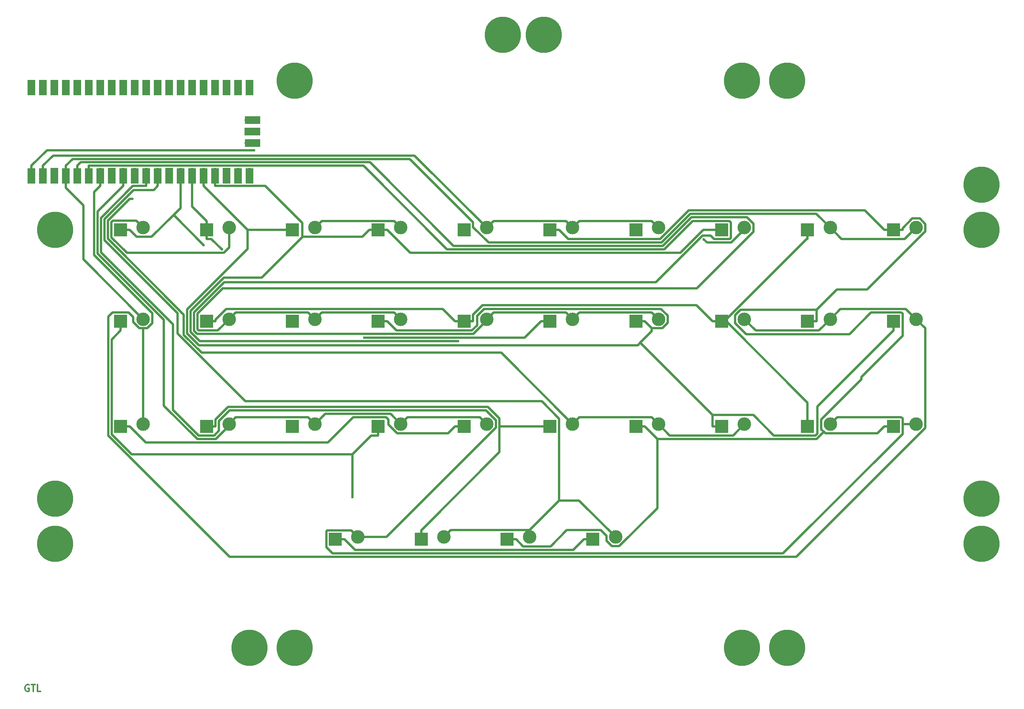
<source format=gbr>
%TF.GenerationSoftware,KiCad,Pcbnew,5.1.10-88a1d61d58~88~ubuntu20.04.1*%
%TF.CreationDate,2021-05-31T17:58:19-07:00*%
%TF.ProjectId,Stenokey,5374656e-6f6b-4657-992e-6b696361645f,1.0*%
%TF.SameCoordinates,Original*%
%TF.FileFunction,Copper,L1,Top*%
%TF.FilePolarity,Positive*%
%FSLAX46Y46*%
G04 Gerber Fmt 4.6, Leading zero omitted, Abs format (unit mm)*
G04 Created by KiCad (PCBNEW 5.1.10-88a1d61d58~88~ubuntu20.04.1) date 2021-05-31 17:58:19*
%MOMM*%
%LPD*%
G01*
G04 APERTURE LIST*
%TA.AperFunction,NonConductor*%
%ADD10C,0.300000*%
%TD*%
%TA.AperFunction,ComponentPad*%
%ADD11O,1.700000X1.700000*%
%TD*%
%TA.AperFunction,ComponentPad*%
%ADD12R,1.700000X1.700000*%
%TD*%
%TA.AperFunction,SMDPad,CuDef*%
%ADD13R,1.700000X3.500000*%
%TD*%
%TA.AperFunction,SMDPad,CuDef*%
%ADD14R,3.500000X1.700000*%
%TD*%
%TA.AperFunction,ComponentPad*%
%ADD15C,8.000000*%
%TD*%
%TA.AperFunction,ComponentPad*%
%ADD16R,3.000000X3.000000*%
%TD*%
%TA.AperFunction,ComponentPad*%
%ADD17C,3.000000*%
%TD*%
%TA.AperFunction,ViaPad*%
%ADD18C,0.600000*%
%TD*%
%TA.AperFunction,Conductor*%
%ADD19C,0.500000*%
%TD*%
G04 APERTURE END LIST*
D10*
X111214285Y-201250000D02*
X111071428Y-201178571D01*
X110857142Y-201178571D01*
X110642857Y-201250000D01*
X110500000Y-201392857D01*
X110428571Y-201535714D01*
X110357142Y-201821428D01*
X110357142Y-202035714D01*
X110428571Y-202321428D01*
X110500000Y-202464285D01*
X110642857Y-202607142D01*
X110857142Y-202678571D01*
X111000000Y-202678571D01*
X111214285Y-202607142D01*
X111285714Y-202535714D01*
X111285714Y-202035714D01*
X111000000Y-202035714D01*
X111714285Y-201178571D02*
X112571428Y-201178571D01*
X112142857Y-202678571D02*
X112142857Y-201178571D01*
X113785714Y-202678571D02*
X113071428Y-202678571D01*
X113071428Y-201178571D01*
D11*
%TO.P,U1,1*%
%TO.N,/COL0*%
X111760000Y-87630000D03*
%TO.P,U1,2*%
%TO.N,/COL1*%
X114300000Y-87630000D03*
D12*
%TO.P,U1,3*%
%TO.N,Net-(U1-Pad3)*%
X116840000Y-87630000D03*
D11*
%TO.P,U1,4*%
%TO.N,/COL2*%
X119380000Y-87630000D03*
%TO.P,U1,5*%
%TO.N,/COL3*%
X121920000Y-87630000D03*
%TO.P,U1,6*%
%TO.N,/COL4*%
X124460000Y-87630000D03*
%TO.P,U1,7*%
%TO.N,/COL5*%
X127000000Y-87630000D03*
D12*
%TO.P,U1,8*%
%TO.N,Net-(U1-Pad8)*%
X129540000Y-87630000D03*
D11*
%TO.P,U1,9*%
%TO.N,/COL6*%
X132080000Y-87630000D03*
%TO.P,U1,10*%
%TO.N,/COL7*%
X134620000Y-87630000D03*
%TO.P,U1,11*%
%TO.N,/COL8*%
X137160000Y-87630000D03*
%TO.P,U1,12*%
%TO.N,/COL9*%
X139700000Y-87630000D03*
D12*
%TO.P,U1,13*%
%TO.N,Net-(U1-Pad13)*%
X142240000Y-87630000D03*
D11*
%TO.P,U1,14*%
%TO.N,/ROW0*%
X144780000Y-87630000D03*
%TO.P,U1,15*%
%TO.N,/ROW1*%
X147320000Y-87630000D03*
%TO.P,U1,16*%
%TO.N,/ROW2*%
X149860000Y-87630000D03*
%TO.P,U1,17*%
%TO.N,/ROW3*%
X152400000Y-87630000D03*
D12*
%TO.P,U1,18*%
%TO.N,Net-(U1-Pad18)*%
X154940000Y-87630000D03*
D11*
%TO.P,U1,19*%
%TO.N,Net-(U1-Pad19)*%
X157480000Y-87630000D03*
%TO.P,U1,20*%
%TO.N,Net-(U1-Pad20)*%
X160020000Y-87630000D03*
%TO.P,U1,21*%
%TO.N,Net-(U1-Pad21)*%
X160020000Y-69850000D03*
%TO.P,U1,22*%
%TO.N,Net-(U1-Pad22)*%
X157480000Y-69850000D03*
D12*
%TO.P,U1,23*%
%TO.N,Net-(U1-Pad23)*%
X154940000Y-69850000D03*
D11*
%TO.P,U1,24*%
%TO.N,Net-(U1-Pad24)*%
X152400000Y-69850000D03*
%TO.P,U1,25*%
%TO.N,Net-(U1-Pad25)*%
X149860000Y-69850000D03*
%TO.P,U1,26*%
%TO.N,Net-(U1-Pad26)*%
X147320000Y-69850000D03*
%TO.P,U1,27*%
%TO.N,Net-(U1-Pad27)*%
X144780000Y-69850000D03*
D12*
%TO.P,U1,28*%
%TO.N,Net-(U1-Pad28)*%
X142240000Y-69850000D03*
D11*
%TO.P,U1,29*%
%TO.N,Net-(U1-Pad29)*%
X139700000Y-69850000D03*
%TO.P,U1,30*%
%TO.N,Net-(U1-Pad30)*%
X137160000Y-69850000D03*
%TO.P,U1,31*%
%TO.N,Net-(U1-Pad31)*%
X134620000Y-69850000D03*
%TO.P,U1,32*%
%TO.N,Net-(U1-Pad32)*%
X132080000Y-69850000D03*
D12*
%TO.P,U1,33*%
%TO.N,Net-(U1-Pad33)*%
X129540000Y-69850000D03*
D11*
%TO.P,U1,34*%
%TO.N,Net-(U1-Pad34)*%
X127000000Y-69850000D03*
%TO.P,U1,35*%
%TO.N,Net-(U1-Pad35)*%
X124460000Y-69850000D03*
%TO.P,U1,36*%
%TO.N,Net-(U1-Pad36)*%
X121920000Y-69850000D03*
%TO.P,U1,37*%
%TO.N,Net-(U1-Pad37)*%
X119380000Y-69850000D03*
D12*
%TO.P,U1,38*%
%TO.N,Net-(U1-Pad38)*%
X116840000Y-69850000D03*
D11*
%TO.P,U1,39*%
%TO.N,Net-(U1-Pad39)*%
X114300000Y-69850000D03*
%TO.P,U1,40*%
%TO.N,Net-(U1-Pad40)*%
X111760000Y-69850000D03*
D13*
%TO.P,U1,1*%
%TO.N,/COL0*%
X111760000Y-88530000D03*
%TO.P,U1,2*%
%TO.N,/COL1*%
X114300000Y-88530000D03*
%TO.P,U1,3*%
%TO.N,Net-(U1-Pad3)*%
X116840000Y-88530000D03*
%TO.P,U1,4*%
%TO.N,/COL2*%
X119380000Y-88530000D03*
%TO.P,U1,5*%
%TO.N,/COL3*%
X121920000Y-88530000D03*
%TO.P,U1,6*%
%TO.N,/COL4*%
X124460000Y-88530000D03*
%TO.P,U1,7*%
%TO.N,/COL5*%
X127000000Y-88530000D03*
%TO.P,U1,8*%
%TO.N,Net-(U1-Pad8)*%
X129540000Y-88530000D03*
%TO.P,U1,9*%
%TO.N,/COL6*%
X132080000Y-88530000D03*
%TO.P,U1,10*%
%TO.N,/COL7*%
X134620000Y-88530000D03*
%TO.P,U1,11*%
%TO.N,/COL8*%
X137160000Y-88530000D03*
%TO.P,U1,12*%
%TO.N,/COL9*%
X139700000Y-88530000D03*
%TO.P,U1,13*%
%TO.N,Net-(U1-Pad13)*%
X142240000Y-88530000D03*
%TO.P,U1,14*%
%TO.N,/ROW0*%
X144780000Y-88530000D03*
%TO.P,U1,15*%
%TO.N,/ROW1*%
X147320000Y-88530000D03*
%TO.P,U1,16*%
%TO.N,/ROW2*%
X149860000Y-88530000D03*
%TO.P,U1,17*%
%TO.N,/ROW3*%
X152400000Y-88530000D03*
%TO.P,U1,18*%
%TO.N,Net-(U1-Pad18)*%
X154940000Y-88530000D03*
%TO.P,U1,19*%
%TO.N,Net-(U1-Pad19)*%
X157480000Y-88530000D03*
%TO.P,U1,20*%
%TO.N,Net-(U1-Pad20)*%
X160020000Y-88530000D03*
%TO.P,U1,40*%
%TO.N,Net-(U1-Pad40)*%
X111760000Y-68950000D03*
%TO.P,U1,39*%
%TO.N,Net-(U1-Pad39)*%
X114300000Y-68950000D03*
%TO.P,U1,38*%
%TO.N,Net-(U1-Pad38)*%
X116840000Y-68950000D03*
%TO.P,U1,37*%
%TO.N,Net-(U1-Pad37)*%
X119380000Y-68950000D03*
%TO.P,U1,36*%
%TO.N,Net-(U1-Pad36)*%
X121920000Y-68950000D03*
%TO.P,U1,35*%
%TO.N,Net-(U1-Pad35)*%
X124460000Y-68950000D03*
%TO.P,U1,34*%
%TO.N,Net-(U1-Pad34)*%
X127000000Y-68950000D03*
%TO.P,U1,33*%
%TO.N,Net-(U1-Pad33)*%
X129540000Y-68950000D03*
%TO.P,U1,32*%
%TO.N,Net-(U1-Pad32)*%
X132080000Y-68950000D03*
%TO.P,U1,31*%
%TO.N,Net-(U1-Pad31)*%
X134620000Y-68950000D03*
%TO.P,U1,30*%
%TO.N,Net-(U1-Pad30)*%
X137160000Y-68950000D03*
%TO.P,U1,29*%
%TO.N,Net-(U1-Pad29)*%
X139700000Y-68950000D03*
%TO.P,U1,28*%
%TO.N,Net-(U1-Pad28)*%
X142240000Y-68950000D03*
%TO.P,U1,27*%
%TO.N,Net-(U1-Pad27)*%
X144780000Y-68950000D03*
%TO.P,U1,26*%
%TO.N,Net-(U1-Pad26)*%
X147320000Y-68950000D03*
%TO.P,U1,25*%
%TO.N,Net-(U1-Pad25)*%
X149860000Y-68950000D03*
%TO.P,U1,24*%
%TO.N,Net-(U1-Pad24)*%
X152400000Y-68950000D03*
%TO.P,U1,23*%
%TO.N,Net-(U1-Pad23)*%
X154940000Y-68950000D03*
%TO.P,U1,22*%
%TO.N,Net-(U1-Pad22)*%
X157480000Y-68950000D03*
%TO.P,U1,21*%
%TO.N,Net-(U1-Pad21)*%
X160020000Y-68950000D03*
D14*
%TO.P,U1,41*%
%TO.N,Net-(U1-Pad41)*%
X160690000Y-81280000D03*
D11*
X159790000Y-81280000D03*
D14*
%TO.P,U1,42*%
%TO.N,Net-(U1-Pad42)*%
X160690000Y-78740000D03*
D12*
X159790000Y-78740000D03*
D14*
%TO.P,U1,43*%
%TO.N,Net-(U1-Pad43)*%
X160690000Y-76200000D03*
D11*
X159790000Y-76200000D03*
%TD*%
D15*
%TO.P,Z4,1*%
%TO.N,Net-(Z4-Pad1)*%
X279000000Y-67500000D03*
%TD*%
%TO.P,Z5,1*%
%TO.N,Net-(Z5-Pad1)*%
X322000000Y-90500000D03*
%TD*%
D16*
%TO.P,SW1,1*%
%TO.N,/ROW0*%
X131500000Y-100500000D03*
D17*
%TO.P,SW1,2*%
%TO.N,/COL0*%
X136500000Y-100000000D03*
%TD*%
D16*
%TO.P,SW2,1*%
%TO.N,/ROW1*%
X150500000Y-100500000D03*
D17*
%TO.P,SW2,2*%
%TO.N,/COL0*%
X155500000Y-100000000D03*
%TD*%
D16*
%TO.P,SW3,1*%
%TO.N,/ROW2*%
X169500000Y-100500000D03*
D17*
%TO.P,SW3,2*%
%TO.N,/COL0*%
X174500000Y-100000000D03*
%TD*%
D16*
%TO.P,SW4,1*%
%TO.N,/ROW3*%
X188500000Y-100500000D03*
D17*
%TO.P,SW4,2*%
%TO.N,/COL0*%
X193500000Y-100000000D03*
%TD*%
D16*
%TO.P,SW5,1*%
%TO.N,/ROW0*%
X207500000Y-100500000D03*
D17*
%TO.P,SW5,2*%
%TO.N,/COL1*%
X212500000Y-100000000D03*
%TD*%
D16*
%TO.P,SW6,1*%
%TO.N,/ROW1*%
X226500000Y-100500000D03*
D17*
%TO.P,SW6,2*%
%TO.N,/COL1*%
X231500000Y-100000000D03*
%TD*%
D16*
%TO.P,SW7,1*%
%TO.N,/ROW2*%
X245500000Y-100500000D03*
D17*
%TO.P,SW7,2*%
%TO.N,/COL1*%
X250500000Y-100000000D03*
%TD*%
D16*
%TO.P,SW8,1*%
%TO.N,/ROW3*%
X264500000Y-100500000D03*
D17*
%TO.P,SW8,2*%
%TO.N,/COL1*%
X269500000Y-100000000D03*
%TD*%
D16*
%TO.P,SW9,1*%
%TO.N,/ROW0*%
X283500000Y-100500000D03*
D17*
%TO.P,SW9,2*%
%TO.N,/COL2*%
X288500000Y-100000000D03*
%TD*%
D16*
%TO.P,SW10,1*%
%TO.N,/ROW1*%
X302500000Y-100500000D03*
D17*
%TO.P,SW10,2*%
%TO.N,/COL2*%
X307500000Y-100000000D03*
%TD*%
D16*
%TO.P,SW11,1*%
%TO.N,/ROW2*%
X131500000Y-120750000D03*
D17*
%TO.P,SW11,2*%
%TO.N,/COL2*%
X136500000Y-120250000D03*
%TD*%
D16*
%TO.P,SW12,1*%
%TO.N,/ROW0*%
X150500000Y-120750000D03*
D17*
%TO.P,SW12,2*%
%TO.N,/COL3*%
X155500000Y-120250000D03*
%TD*%
D16*
%TO.P,SW13,1*%
%TO.N,/ROW1*%
X169500000Y-120750000D03*
D17*
%TO.P,SW13,2*%
%TO.N,/COL3*%
X174500000Y-120250000D03*
%TD*%
D16*
%TO.P,SW14,1*%
%TO.N,/ROW2*%
X188500000Y-120750000D03*
D17*
%TO.P,SW14,2*%
%TO.N,/COL3*%
X193500000Y-120250000D03*
%TD*%
D16*
%TO.P,SW15,1*%
%TO.N,/ROW0*%
X207500000Y-120750000D03*
D17*
%TO.P,SW15,2*%
%TO.N,/COL4*%
X212500000Y-120250000D03*
%TD*%
D16*
%TO.P,SW16,1*%
%TO.N,/ROW1*%
X226500000Y-120750000D03*
D17*
%TO.P,SW16,2*%
%TO.N,/COL4*%
X231500000Y-120250000D03*
%TD*%
D16*
%TO.P,SW17,1*%
%TO.N,/ROW2*%
X245500000Y-120750000D03*
D17*
%TO.P,SW17,2*%
%TO.N,/COL4*%
X250500000Y-120250000D03*
%TD*%
D16*
%TO.P,SW18,1*%
%TO.N,/ROW0*%
X264500000Y-120750000D03*
D17*
%TO.P,SW18,2*%
%TO.N,/COL5*%
X269500000Y-120250000D03*
%TD*%
D16*
%TO.P,SW19,1*%
%TO.N,/ROW1*%
X283500000Y-120750000D03*
D17*
%TO.P,SW19,2*%
%TO.N,/COL5*%
X288500000Y-120250000D03*
%TD*%
D16*
%TO.P,SW20,1*%
%TO.N,/ROW2*%
X302500000Y-120750000D03*
D17*
%TO.P,SW20,2*%
%TO.N,/COL5*%
X307500000Y-120250000D03*
%TD*%
D16*
%TO.P,SW21,1*%
%TO.N,/ROW3*%
X131500000Y-144000000D03*
D17*
%TO.P,SW21,2*%
%TO.N,/COL5*%
X136500000Y-143500000D03*
%TD*%
D16*
%TO.P,SW22,1*%
%TO.N,/ROW0*%
X150500000Y-144000000D03*
D17*
%TO.P,SW22,2*%
%TO.N,/COL6*%
X155500000Y-143500000D03*
%TD*%
D16*
%TO.P,SW23,1*%
%TO.N,/ROW1*%
X169500000Y-144000000D03*
D17*
%TO.P,SW23,2*%
%TO.N,/COL6*%
X174500000Y-143500000D03*
%TD*%
D16*
%TO.P,SW24,1*%
%TO.N,/ROW2*%
X188500000Y-144000000D03*
D17*
%TO.P,SW24,2*%
%TO.N,/COL6*%
X193500000Y-143500000D03*
%TD*%
D16*
%TO.P,SW25,1*%
%TO.N,/ROW3*%
X207500000Y-144000000D03*
D17*
%TO.P,SW25,2*%
%TO.N,/COL6*%
X212500000Y-143500000D03*
%TD*%
D16*
%TO.P,SW26,1*%
%TO.N,/ROW0*%
X226500000Y-144000000D03*
D17*
%TO.P,SW26,2*%
%TO.N,/COL7*%
X231500000Y-143500000D03*
%TD*%
D16*
%TO.P,SW27,1*%
%TO.N,/ROW1*%
X245500000Y-144000000D03*
D17*
%TO.P,SW27,2*%
%TO.N,/COL7*%
X250500000Y-143500000D03*
%TD*%
D16*
%TO.P,SW28,1*%
%TO.N,/ROW2*%
X264500000Y-144000000D03*
D17*
%TO.P,SW28,2*%
%TO.N,/COL7*%
X269500000Y-143500000D03*
%TD*%
D16*
%TO.P,SW29,1*%
%TO.N,/ROW0*%
X283500000Y-144000000D03*
D17*
%TO.P,SW29,2*%
%TO.N,/COL8*%
X288500000Y-143500000D03*
%TD*%
D16*
%TO.P,SW30,1*%
%TO.N,/ROW1*%
X302500000Y-144000000D03*
D17*
%TO.P,SW30,2*%
%TO.N,/COL8*%
X307500000Y-143500000D03*
%TD*%
D16*
%TO.P,SW31,1*%
%TO.N,/ROW2*%
X179000000Y-169000000D03*
D17*
%TO.P,SW31,2*%
%TO.N,/COL8*%
X184000000Y-168500000D03*
%TD*%
D16*
%TO.P,SW32,1*%
%TO.N,/ROW0*%
X198000000Y-169000000D03*
D17*
%TO.P,SW32,2*%
%TO.N,/COL9*%
X203000000Y-168500000D03*
%TD*%
D16*
%TO.P,SW33,1*%
%TO.N,/ROW1*%
X217000000Y-169000000D03*
D17*
%TO.P,SW33,2*%
%TO.N,/COL9*%
X222000000Y-168500000D03*
%TD*%
D16*
%TO.P,SW34,1*%
%TO.N,/ROW2*%
X236000000Y-169000000D03*
D17*
%TO.P,SW34,2*%
%TO.N,/COL9*%
X241000000Y-168500000D03*
%TD*%
D15*
%TO.P,Z2,1*%
%TO.N,Net-(Z2-Pad1)*%
X170000000Y-67500000D03*
%TD*%
%TO.P,Z3,1*%
%TO.N,Net-(Z3-Pad1)*%
X269000000Y-67500000D03*
%TD*%
%TO.P,Z6,1*%
%TO.N,Net-(Z6-Pad1)*%
X322000000Y-100500000D03*
%TD*%
%TO.P,Z7,1*%
%TO.N,Net-(Z7-Pad1)*%
X322000000Y-160000000D03*
%TD*%
%TO.P,Z8,1*%
%TO.N,Net-(Z8-Pad1)*%
X322000000Y-170000000D03*
%TD*%
%TO.P,Z9,1*%
%TO.N,Net-(Z9-Pad1)*%
X279000000Y-193000000D03*
%TD*%
%TO.P,Z10,1*%
%TO.N,Net-(Z10-Pad1)*%
X269000000Y-193000000D03*
%TD*%
%TO.P,Z11,1*%
%TO.N,Net-(Z11-Pad1)*%
X170000000Y-193000000D03*
%TD*%
%TO.P,Z12,1*%
%TO.N,Net-(Z12-Pad1)*%
X160000000Y-193000000D03*
%TD*%
%TO.P,Z13,1*%
%TO.N,Net-(Z13-Pad1)*%
X117000000Y-170000000D03*
%TD*%
%TO.P,Z14,1*%
%TO.N,Net-(Z14-Pad1)*%
X117000000Y-160000000D03*
%TD*%
%TO.P,Z15,1*%
%TO.N,Net-(Z15-Pad1)*%
X117000000Y-100500000D03*
%TD*%
%TO.P,Z1,1*%
%TO.N,Net-(Z1-Pad1)*%
X216090000Y-57340000D03*
%TD*%
%TO.P,Z16,1*%
%TO.N,Net-(Z16-Pad1)*%
X225090000Y-57340000D03*
%TD*%
D18*
%TO.N,/COL0*%
X161053000Y-82853200D03*
%TO.N,/COL1*%
X260551500Y-102558200D03*
%TO.N,/COL7*%
X134092700Y-93588700D03*
%TO.N,/ROW0*%
X149889700Y-103866700D03*
%TO.N,/ROW1*%
X185436100Y-124329900D03*
X153885700Y-104796200D03*
%TO.N,/ROW2*%
X182792400Y-159654100D03*
%TO.N,/ROW3*%
X206171500Y-125145500D03*
%TD*%
D19*
%TO.N,/COL0*%
X174500000Y-100000000D02*
X176000400Y-98499600D01*
X176000400Y-98499600D02*
X191999600Y-98499600D01*
X191999600Y-98499600D02*
X193500000Y-100000000D01*
X155500000Y-100000000D02*
X155500000Y-104404900D01*
X155500000Y-104404900D02*
X154304800Y-105600100D01*
X154304800Y-105600100D02*
X132887800Y-105600100D01*
X132887800Y-105600100D02*
X129444000Y-102156300D01*
X129444000Y-102156300D02*
X129444000Y-98797300D01*
X129444000Y-98797300D02*
X129759700Y-98481600D01*
X129759700Y-98481600D02*
X134981600Y-98481600D01*
X134981600Y-98481600D02*
X136500000Y-100000000D01*
X161053000Y-82853200D02*
X115186500Y-82853200D01*
X115186500Y-82853200D02*
X111760000Y-86279700D01*
X111760000Y-87630000D02*
X111760000Y-86279700D01*
%TO.N,/COL1*%
X260551500Y-102558200D02*
X261244000Y-103250700D01*
X261244000Y-103250700D02*
X266647200Y-103250700D01*
X266647200Y-103250700D02*
X269500000Y-100397900D01*
X269500000Y-100397900D02*
X269500000Y-100000000D01*
X212500000Y-100000000D02*
X196528800Y-84028800D01*
X196528800Y-84028800D02*
X116550900Y-84028800D01*
X116550900Y-84028800D02*
X114300000Y-86279700D01*
X250500000Y-100000000D02*
X248999600Y-98499600D01*
X248999600Y-98499600D02*
X233000400Y-98499600D01*
X233000400Y-98499600D02*
X231500000Y-100000000D01*
X231500000Y-100000000D02*
X229999600Y-98499600D01*
X229999600Y-98499600D02*
X214000400Y-98499600D01*
X214000400Y-98499600D02*
X212500000Y-100000000D01*
X114300000Y-87630000D02*
X114300000Y-86279700D01*
%TO.N,/COL2*%
X119380000Y-86279700D02*
X120880600Y-84779100D01*
X120880600Y-84779100D02*
X195513700Y-84779100D01*
X195513700Y-84779100D02*
X209500400Y-98765800D01*
X209500400Y-98765800D02*
X209500400Y-99848500D01*
X209500400Y-99848500D02*
X212938100Y-103286200D01*
X212938100Y-103286200D02*
X251165300Y-103286200D01*
X251165300Y-103286200D02*
X257508800Y-96942700D01*
X257508800Y-96942700D02*
X285442700Y-96942700D01*
X285442700Y-96942700D02*
X288500000Y-100000000D01*
X119380000Y-87630000D02*
X119380000Y-91205200D01*
X119380000Y-91205200D02*
X123268000Y-95093200D01*
X123268000Y-95093200D02*
X123268000Y-107018000D01*
X123268000Y-107018000D02*
X136500000Y-120250000D01*
X119380000Y-86954800D02*
X119380000Y-87630000D01*
X119380000Y-86954800D02*
X119380000Y-86279700D01*
X307500000Y-100000000D02*
X304999600Y-102500400D01*
X304999600Y-102500400D02*
X291000400Y-102500400D01*
X291000400Y-102500400D02*
X288500000Y-100000000D01*
%TO.N,/COL3*%
X193500000Y-120250000D02*
X191999600Y-118749600D01*
X191999600Y-118749600D02*
X176000400Y-118749600D01*
X176000400Y-118749600D02*
X174500000Y-120250000D01*
X155500000Y-120250000D02*
X157000400Y-118749600D01*
X157000400Y-118749600D02*
X172999600Y-118749600D01*
X172999600Y-118749600D02*
X174500000Y-120250000D01*
X121920000Y-86279700D02*
X122670300Y-85529400D01*
X122670300Y-85529400D02*
X186669100Y-85529400D01*
X186669100Y-85529400D02*
X205176200Y-104036500D01*
X205176200Y-104036500D02*
X251476300Y-104036500D01*
X251476300Y-104036500D02*
X257819800Y-97693000D01*
X257819800Y-97693000D02*
X270120700Y-97693000D01*
X270120700Y-97693000D02*
X271533200Y-99105500D01*
X271533200Y-99105500D02*
X271533200Y-100881900D01*
X271533200Y-100881900D02*
X259013200Y-113401900D01*
X259013200Y-113401900D02*
X154112000Y-113401900D01*
X154112000Y-113401900D02*
X148466900Y-119047000D01*
X148466900Y-119047000D02*
X148466900Y-122491700D01*
X148466900Y-122491700D02*
X148725600Y-122750400D01*
X148725600Y-122750400D02*
X152999600Y-122750400D01*
X152999600Y-122750400D02*
X155500000Y-120250000D01*
X121920000Y-87630000D02*
X121920000Y-86279700D01*
%TO.N,/COL4*%
X124460000Y-86279700D02*
X185226100Y-86279700D01*
X185226100Y-86279700D02*
X203733200Y-104786800D01*
X203733200Y-104786800D02*
X251787200Y-104786800D01*
X251787200Y-104786800D02*
X258080900Y-98493100D01*
X258080900Y-98493100D02*
X266214900Y-98493100D01*
X266214900Y-98493100D02*
X266559000Y-98837200D01*
X266559000Y-98837200D02*
X266559000Y-102236100D01*
X266559000Y-102236100D02*
X266294800Y-102500300D01*
X266294800Y-102500300D02*
X262792800Y-102500300D01*
X262792800Y-102500300D02*
X262011000Y-101718500D01*
X262011000Y-101718500D02*
X260244600Y-101718500D01*
X260244600Y-101718500D02*
X249912100Y-112051000D01*
X249912100Y-112051000D02*
X154401700Y-112051000D01*
X154401700Y-112051000D02*
X147716600Y-118736100D01*
X147716600Y-118736100D02*
X147716600Y-122802600D01*
X147716600Y-122802600D02*
X148428300Y-123514300D01*
X148428300Y-123514300D02*
X209533700Y-123514300D01*
X209533700Y-123514300D02*
X212500000Y-120548000D01*
X212500000Y-120548000D02*
X212500000Y-120250000D01*
X250500000Y-120250000D02*
X248999600Y-118749600D01*
X248999600Y-118749600D02*
X233000400Y-118749600D01*
X233000400Y-118749600D02*
X231500000Y-120250000D01*
X212500000Y-120250000D02*
X214000400Y-118749600D01*
X214000400Y-118749600D02*
X229999600Y-118749600D01*
X229999600Y-118749600D02*
X231500000Y-120250000D01*
X124460000Y-87630000D02*
X124460000Y-86279700D01*
%TO.N,/COL5*%
X127000000Y-90780300D02*
X125652600Y-92127700D01*
X125652600Y-92127700D02*
X125652600Y-106058300D01*
X125652600Y-106058300D02*
X138524500Y-118930200D01*
X138524500Y-118930200D02*
X138524500Y-121111700D01*
X138524500Y-121111700D02*
X137385800Y-122250400D01*
X137385800Y-122250400D02*
X136500000Y-122250400D01*
X288500000Y-120250000D02*
X285999700Y-122750300D01*
X285999700Y-122750300D02*
X272000300Y-122750300D01*
X272000300Y-122750300D02*
X269500000Y-120250000D01*
X307500000Y-120250000D02*
X305249300Y-117999300D01*
X305249300Y-117999300D02*
X290750700Y-117999300D01*
X290750700Y-117999300D02*
X288500000Y-120250000D01*
X307500000Y-120250000D02*
X309515500Y-122265500D01*
X309515500Y-122265500D02*
X309515500Y-144349400D01*
X309515500Y-144349400D02*
X280966100Y-172898800D01*
X280966100Y-172898800D02*
X155585500Y-172898800D01*
X155585500Y-172898800D02*
X128736700Y-146050000D01*
X128736700Y-146050000D02*
X128736700Y-119721100D01*
X128736700Y-119721100D02*
X129708200Y-118749600D01*
X129708200Y-118749600D02*
X133225700Y-118749600D01*
X133225700Y-118749600D02*
X134250700Y-119774600D01*
X134250700Y-119774600D02*
X134250700Y-120857800D01*
X134250700Y-120857800D02*
X135643300Y-122250400D01*
X135643300Y-122250400D02*
X136500000Y-122250400D01*
X136500000Y-143500000D02*
X136500000Y-122250400D01*
X127000000Y-87630000D02*
X127000000Y-90780300D01*
%TO.N,/COL6*%
X132080000Y-90780300D02*
X126403000Y-96457300D01*
X126403000Y-96457300D02*
X126403000Y-105747500D01*
X126403000Y-105747500D02*
X141043200Y-120387700D01*
X141043200Y-120387700D02*
X141043200Y-139398300D01*
X141043200Y-139398300D02*
X148461400Y-146816500D01*
X148461400Y-146816500D02*
X152545300Y-146816500D01*
X152545300Y-146816500D02*
X155500000Y-143861800D01*
X155500000Y-143861800D02*
X155500000Y-143500000D01*
X155500000Y-143500000D02*
X157000300Y-141999700D01*
X157000300Y-141999700D02*
X172999800Y-141999700D01*
X172999800Y-141999700D02*
X172999800Y-141999800D01*
X172999800Y-141999800D02*
X174500000Y-143500000D01*
X193500000Y-143500000D02*
X191233100Y-141233100D01*
X191233100Y-141233100D02*
X176766900Y-141233100D01*
X176766900Y-141233100D02*
X174500000Y-143500000D01*
X132080000Y-87630000D02*
X132080000Y-90780300D01*
X212500000Y-143500000D02*
X210999600Y-141999600D01*
X210999600Y-141999600D02*
X195000400Y-141999600D01*
X195000400Y-141999600D02*
X193500000Y-143500000D01*
%TO.N,/COL7*%
X250500000Y-143500000D02*
X253000400Y-146000400D01*
X253000400Y-146000400D02*
X266999600Y-146000400D01*
X266999600Y-146000400D02*
X269500000Y-143500000D01*
X231500000Y-143500000D02*
X233000400Y-141999600D01*
X233000400Y-141999600D02*
X248999600Y-141999600D01*
X248999600Y-141999600D02*
X250500000Y-143500000D01*
X134092700Y-93588700D02*
X133525900Y-93588700D01*
X133525900Y-93588700D02*
X128689900Y-98424700D01*
X128689900Y-98424700D02*
X128689900Y-102463300D01*
X128689900Y-102463300D02*
X145465700Y-119239100D01*
X145465700Y-119239100D02*
X145465700Y-123735300D01*
X145465700Y-123735300D02*
X149416800Y-127686400D01*
X149416800Y-127686400D02*
X215686400Y-127686400D01*
X215686400Y-127686400D02*
X231500000Y-143500000D01*
%TO.N,/COL8*%
X137160000Y-90780300D02*
X134190500Y-90780300D01*
X134190500Y-90780300D02*
X127153400Y-97817400D01*
X127153400Y-97817400D02*
X127153400Y-105436700D01*
X127153400Y-105436700D02*
X143106200Y-121389500D01*
X143106200Y-121389500D02*
X143106200Y-140383700D01*
X143106200Y-140383700D02*
X148722900Y-146000400D01*
X148722900Y-146000400D02*
X152220400Y-146000400D01*
X152220400Y-146000400D02*
X153250600Y-144970200D01*
X153250600Y-144970200D02*
X153250600Y-142810800D01*
X153250600Y-142810800D02*
X155602400Y-140459000D01*
X155602400Y-140459000D02*
X212351400Y-140459000D01*
X212351400Y-140459000D02*
X214553300Y-142660900D01*
X214553300Y-142660900D02*
X214553300Y-144279100D01*
X214553300Y-144279100D02*
X190332400Y-168500000D01*
X190332400Y-168500000D02*
X184000000Y-168500000D01*
X137160000Y-87630000D02*
X137160000Y-90780300D01*
X304500400Y-143500000D02*
X304500400Y-145724900D01*
X304500400Y-145724900D02*
X278077000Y-172148300D01*
X278077000Y-172148300D02*
X178414500Y-172148300D01*
X178414500Y-172148300D02*
X176999600Y-170733400D01*
X176999600Y-170733400D02*
X176999600Y-167199300D01*
X176999600Y-167199300D02*
X177199300Y-166999600D01*
X177199300Y-166999600D02*
X182499600Y-166999600D01*
X182499600Y-166999600D02*
X184000000Y-168500000D01*
X304500400Y-143500000D02*
X304500400Y-142255800D01*
X304500400Y-142255800D02*
X304213300Y-141968700D01*
X304213300Y-141968700D02*
X290031300Y-141968700D01*
X290031300Y-141968700D02*
X288500000Y-143500000D01*
X307500000Y-143500000D02*
X304500400Y-143500000D01*
%TO.N,/COL9*%
X228544700Y-160392800D02*
X222000000Y-166937500D01*
X139700000Y-90780300D02*
X138834300Y-91646000D01*
X138834300Y-91646000D02*
X134386100Y-91646000D01*
X134386100Y-91646000D02*
X127903800Y-98128300D01*
X127903800Y-98128300D02*
X127903800Y-102738500D01*
X127903800Y-102738500D02*
X144066100Y-118900800D01*
X144066100Y-118900800D02*
X144066100Y-123431900D01*
X144066100Y-123431900D02*
X159074300Y-138440100D01*
X159074300Y-138440100D02*
X224683000Y-138440100D01*
X224683000Y-138440100D02*
X228544700Y-142301800D01*
X228544700Y-142301800D02*
X228544700Y-160392800D01*
X241000000Y-168500000D02*
X232892800Y-160392800D01*
X232892800Y-160392800D02*
X228544700Y-160392800D01*
X139700000Y-87630000D02*
X139700000Y-90780300D01*
X222000000Y-166937500D02*
X222000000Y-168500000D01*
X203000000Y-168500000D02*
X204562500Y-166937500D01*
X204562500Y-166937500D02*
X222000000Y-166937500D01*
%TO.N,/ROW0*%
X283500000Y-100500000D02*
X283500000Y-102500300D01*
X283500000Y-102500300D02*
X283250000Y-102500300D01*
X283250000Y-102500300D02*
X265500200Y-120250100D01*
X265500200Y-120250100D02*
X265500200Y-120750000D01*
X265500200Y-120750000D02*
X283500000Y-138749800D01*
X283500000Y-138749800D02*
X283500000Y-144000000D01*
X198000000Y-169000000D02*
X198000000Y-166999700D01*
X215303700Y-144000000D02*
X215303700Y-142256000D01*
X215303700Y-142256000D02*
X212755000Y-139707300D01*
X212755000Y-139707300D02*
X155292800Y-139707300D01*
X155292800Y-139707300D02*
X152500300Y-142499800D01*
X152500300Y-142499800D02*
X152500300Y-144000000D01*
X198000000Y-166999700D02*
X215303700Y-149696000D01*
X215303700Y-149696000D02*
X215303700Y-144000000D01*
X215303700Y-144000000D02*
X224499700Y-144000000D01*
X226500000Y-144000000D02*
X224499700Y-144000000D01*
X150500000Y-144000000D02*
X152500300Y-144000000D01*
X207500000Y-120750000D02*
X205499700Y-120750000D01*
X264500000Y-120750000D02*
X265500200Y-120750000D01*
X205499700Y-120750000D02*
X202748900Y-117999200D01*
X202748900Y-117999200D02*
X154876000Y-117999200D01*
X154876000Y-117999200D02*
X152500300Y-120374900D01*
X152500300Y-120374900D02*
X152500300Y-120750000D01*
X150500000Y-120750000D02*
X152500300Y-120750000D01*
X207500000Y-120750000D02*
X209500300Y-120750000D01*
X262499700Y-120750000D02*
X258944600Y-117194900D01*
X258944600Y-117194900D02*
X211555200Y-117194900D01*
X211555200Y-117194900D02*
X209500300Y-119249800D01*
X209500300Y-119249800D02*
X209500300Y-120750000D01*
X264500000Y-120750000D02*
X262499700Y-120750000D01*
X143215100Y-97192100D02*
X144780000Y-95627200D01*
X144780000Y-95627200D02*
X144780000Y-87630000D01*
X149889700Y-103866700D02*
X143215100Y-97192100D01*
X143215100Y-97192100D02*
X138376600Y-102030600D01*
X138376600Y-102030600D02*
X135030900Y-102030600D01*
X135030900Y-102030600D02*
X133500300Y-100500000D01*
X131500000Y-100500000D02*
X133500300Y-100500000D01*
%TO.N,/ROW1*%
X287062100Y-145212000D02*
X286492600Y-144642600D01*
X286492600Y-144642600D02*
X286492600Y-142506600D01*
X286492600Y-142506600D02*
X295375500Y-133623700D01*
X295375500Y-133623700D02*
X295375500Y-133093000D01*
X295375500Y-133093000D02*
X304500400Y-123968100D01*
X304500400Y-123968100D02*
X304500400Y-119015700D01*
X304500400Y-119015700D02*
X304234300Y-118749600D01*
X304234300Y-118749600D02*
X297551800Y-118749600D01*
X297551800Y-118749600D02*
X292739500Y-123561900D01*
X292739500Y-123561900D02*
X269907100Y-123561900D01*
X269907100Y-123561900D02*
X267493900Y-121148700D01*
X267493900Y-121148700D02*
X267493900Y-119353800D01*
X267493900Y-119353800D02*
X268640100Y-118207600D01*
X268640100Y-118207600D02*
X285500300Y-118207600D01*
X300499700Y-144000000D02*
X298952500Y-145547200D01*
X298952500Y-145547200D02*
X287397200Y-145547200D01*
X287397200Y-145547200D02*
X287062100Y-145212000D01*
X250267100Y-146766800D02*
X285507300Y-146766800D01*
X285507300Y-146766800D02*
X287062100Y-145212000D01*
X217000000Y-169000000D02*
X219000300Y-169000000D01*
X150500000Y-100500000D02*
X150500000Y-98499700D01*
X147320000Y-87630000D02*
X147320000Y-95319700D01*
X147320000Y-95319700D02*
X150500000Y-98499700D01*
X219000300Y-169000000D02*
X220551100Y-170550800D01*
X220551100Y-170550800D02*
X226615300Y-170550800D01*
X226615300Y-170550800D02*
X230197400Y-166968700D01*
X230197400Y-166968700D02*
X237718900Y-166968700D01*
X237718900Y-166968700D02*
X238976000Y-168225800D01*
X238976000Y-168225800D02*
X238976000Y-169316300D01*
X238976000Y-169316300D02*
X240189700Y-170530000D01*
X240189700Y-170530000D02*
X241838500Y-170530000D01*
X241838500Y-170530000D02*
X250267100Y-162101400D01*
X250267100Y-162101400D02*
X250267100Y-146766800D01*
X250267100Y-146766800D02*
X247500300Y-144000000D01*
X245500000Y-144000000D02*
X247500300Y-144000000D01*
X226500000Y-120750000D02*
X224499700Y-120750000D01*
X185436100Y-124329900D02*
X220919800Y-124329900D01*
X220919800Y-124329900D02*
X224499700Y-120750000D01*
X285500300Y-118207600D02*
X289997000Y-113710900D01*
X289997000Y-113710900D02*
X296644300Y-113710900D01*
X296644300Y-113710900D02*
X309540400Y-100814800D01*
X309540400Y-100814800D02*
X309540400Y-99167900D01*
X309540400Y-99167900D02*
X308312100Y-97939600D01*
X308312100Y-97939600D02*
X306685600Y-97939600D01*
X306685600Y-97939600D02*
X304500300Y-100124900D01*
X304500300Y-100124900D02*
X304500300Y-100500000D01*
X285500300Y-120750000D02*
X285500300Y-118207600D01*
X302500000Y-100500000D02*
X300499700Y-100500000D01*
X226500000Y-100500000D02*
X228500300Y-100500000D01*
X228500300Y-100500000D02*
X230536200Y-102535900D01*
X230536200Y-102535900D02*
X250854400Y-102535900D01*
X250854400Y-102535900D02*
X257221600Y-96168700D01*
X257221600Y-96168700D02*
X296168400Y-96168700D01*
X296168400Y-96168700D02*
X300499700Y-100500000D01*
X302500000Y-100500000D02*
X304500300Y-100500000D01*
X283500000Y-120750000D02*
X285500300Y-120750000D01*
X150500000Y-102500300D02*
X151589800Y-102500300D01*
X151589800Y-102500300D02*
X153885700Y-104796200D01*
X150500000Y-100500000D02*
X150500000Y-102500300D01*
X302500000Y-144000000D02*
X300499700Y-144000000D01*
%TO.N,/ROW2*%
X246480800Y-125466400D02*
X249002000Y-122945200D01*
X249002000Y-122945200D02*
X249002000Y-122251700D01*
X159579700Y-100500000D02*
X159579700Y-104750600D01*
X159579700Y-104750600D02*
X146216000Y-118114300D01*
X146216000Y-118114300D02*
X146216000Y-123424400D01*
X146216000Y-123424400D02*
X148799500Y-126007900D01*
X148799500Y-126007900D02*
X245939300Y-126007900D01*
X245939300Y-126007900D02*
X246480800Y-125466400D01*
X246480800Y-125466400D02*
X262499700Y-141485300D01*
X262499700Y-141485300D02*
X262499700Y-144000000D01*
X262499700Y-141485300D02*
X271525500Y-141485300D01*
X271525500Y-141485300D02*
X276040600Y-146000400D01*
X276040600Y-146000400D02*
X285212500Y-146000400D01*
X285212500Y-146000400D02*
X285621300Y-145591600D01*
X285621300Y-145591600D02*
X285621300Y-139629000D01*
X285621300Y-139629000D02*
X302500000Y-122750300D01*
X302500000Y-120750000D02*
X302500000Y-122750300D01*
X190500300Y-120750000D02*
X192500700Y-122750400D01*
X192500700Y-122750400D02*
X209220100Y-122750400D01*
X209220100Y-122750400D02*
X210352000Y-121618500D01*
X210352000Y-121618500D02*
X210352000Y-119523200D01*
X210352000Y-119523200D02*
X211889500Y-117985700D01*
X211889500Y-117985700D02*
X251065700Y-117985700D01*
X251065700Y-117985700D02*
X252531400Y-119451400D01*
X252531400Y-119451400D02*
X252531400Y-121063700D01*
X252531400Y-121063700D02*
X251343400Y-122251700D01*
X251343400Y-122251700D02*
X249002000Y-122251700D01*
X249002000Y-122251700D02*
X247500300Y-120750000D01*
X264500000Y-144000000D02*
X262499700Y-144000000D01*
X159579700Y-100500000D02*
X149860000Y-90780300D01*
X169500000Y-100500000D02*
X159579700Y-100500000D01*
X188500000Y-120750000D02*
X190500300Y-120750000D01*
X149860000Y-87630000D02*
X149860000Y-90780300D01*
X245500000Y-120750000D02*
X247500300Y-120750000D01*
X236000000Y-169000000D02*
X233999700Y-169000000D01*
X179000000Y-169000000D02*
X181000300Y-169000000D01*
X181000300Y-169000000D02*
X183371100Y-171370800D01*
X183371100Y-171370800D02*
X231628900Y-171370800D01*
X231628900Y-171370800D02*
X233999700Y-169000000D01*
X182792400Y-150169700D02*
X133921300Y-150169700D01*
X133921300Y-150169700D02*
X129499700Y-145748100D01*
X129499700Y-145748100D02*
X129499700Y-124750600D01*
X129499700Y-124750600D02*
X131500000Y-122750300D01*
X188500000Y-144000000D02*
X188500000Y-146000300D01*
X188500000Y-146000300D02*
X186961800Y-146000300D01*
X186961800Y-146000300D02*
X182792400Y-150169700D01*
X182792400Y-159654100D02*
X182792400Y-150169700D01*
X131500000Y-120750000D02*
X131500000Y-122750300D01*
%TO.N,/ROW3*%
X171676100Y-102031000D02*
X171676100Y-102076100D01*
X171676100Y-102076100D02*
X162716600Y-111035600D01*
X162716600Y-111035600D02*
X154355900Y-111035600D01*
X154355900Y-111035600D02*
X146966300Y-118425200D01*
X146966300Y-118425200D02*
X146966300Y-123113500D01*
X146966300Y-123113500D02*
X148998300Y-125145500D01*
X148998300Y-125145500D02*
X206171500Y-125145500D01*
X152400000Y-90780300D02*
X163510700Y-90780300D01*
X163510700Y-90780300D02*
X171676100Y-98945700D01*
X171676100Y-98945700D02*
X171676100Y-102031000D01*
X171676100Y-102031000D02*
X184968700Y-102031000D01*
X184968700Y-102031000D02*
X186499700Y-100500000D01*
X188500000Y-100500000D02*
X186499700Y-100500000D01*
X131500000Y-144000000D02*
X133500300Y-144000000D01*
X207500000Y-144000000D02*
X205499700Y-144000000D01*
X205499700Y-144000000D02*
X203972200Y-145527500D01*
X203972200Y-145527500D02*
X192694600Y-145527500D01*
X192694600Y-145527500D02*
X190734600Y-143567500D01*
X190734600Y-143567500D02*
X190734600Y-142489500D01*
X190734600Y-142489500D02*
X190244700Y-141999600D01*
X190244700Y-141999600D02*
X182966600Y-141999600D01*
X182966600Y-141999600D02*
X177390500Y-147575700D01*
X177390500Y-147575700D02*
X137076000Y-147575700D01*
X137076000Y-147575700D02*
X133500300Y-144000000D01*
X190500300Y-100500000D02*
X195537400Y-105537100D01*
X195537400Y-105537100D02*
X255364800Y-105537100D01*
X255364800Y-105537100D02*
X260401900Y-100500000D01*
X260401900Y-100500000D02*
X264500000Y-100500000D01*
X188500000Y-100500000D02*
X190500300Y-100500000D01*
X152400000Y-87630000D02*
X152400000Y-90780300D01*
%TD*%
M02*

</source>
